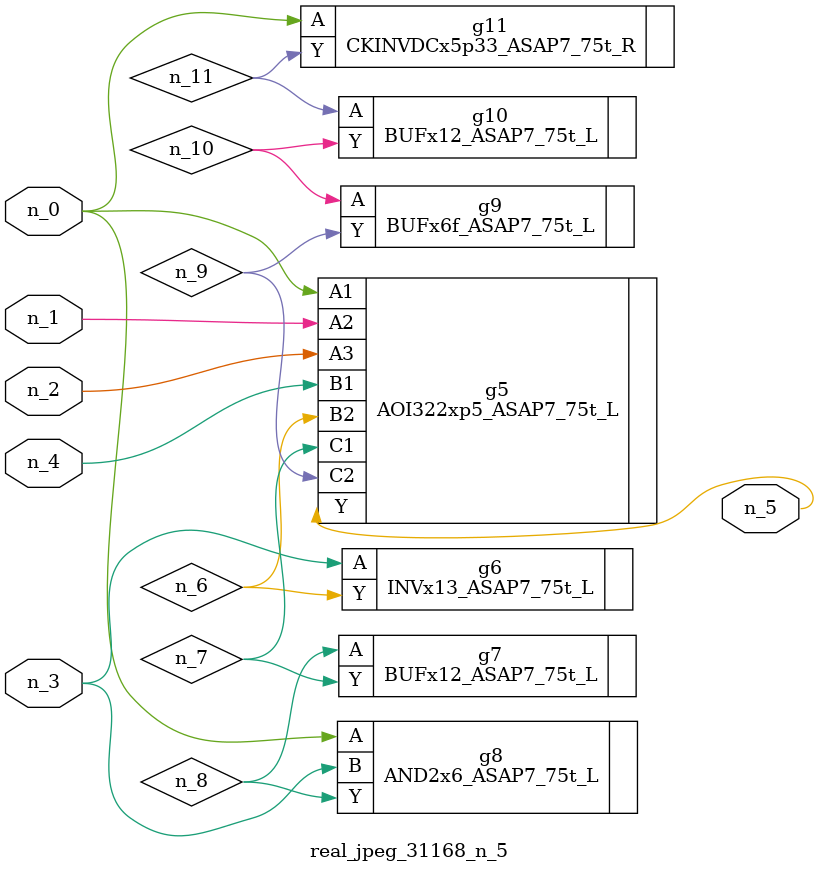
<source format=v>
module real_jpeg_31168_n_5 (n_4, n_0, n_1, n_2, n_3, n_5);

input n_4;
input n_0;
input n_1;
input n_2;
input n_3;

output n_5;

wire n_8;
wire n_11;
wire n_6;
wire n_7;
wire n_10;
wire n_9;

AOI322xp5_ASAP7_75t_L g5 ( 
.A1(n_0),
.A2(n_1),
.A3(n_2),
.B1(n_4),
.B2(n_6),
.C1(n_7),
.C2(n_9),
.Y(n_5)
);

AND2x6_ASAP7_75t_L g8 ( 
.A(n_0),
.B(n_3),
.Y(n_8)
);

CKINVDCx5p33_ASAP7_75t_R g11 ( 
.A(n_0),
.Y(n_11)
);

INVx13_ASAP7_75t_L g6 ( 
.A(n_3),
.Y(n_6)
);

BUFx12_ASAP7_75t_L g7 ( 
.A(n_8),
.Y(n_7)
);

BUFx6f_ASAP7_75t_L g9 ( 
.A(n_10),
.Y(n_9)
);

BUFx12_ASAP7_75t_L g10 ( 
.A(n_11),
.Y(n_10)
);


endmodule
</source>
